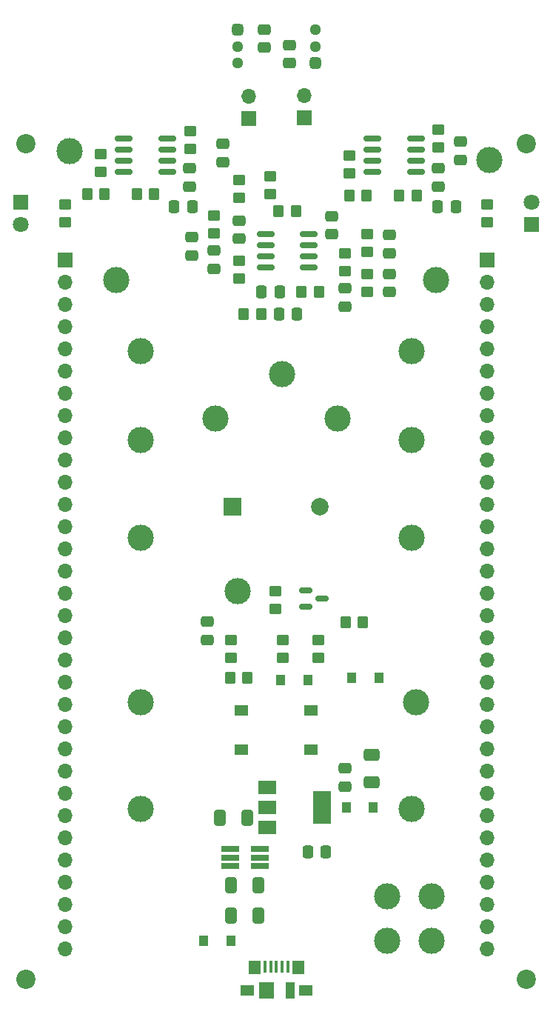
<source format=gbr>
%TF.GenerationSoftware,KiCad,Pcbnew,7.0.7*%
%TF.CreationDate,2023-10-13T18:50:11+02:00*%
%TF.ProjectId,Cable_Monitor,4361626c-655f-44d6-9f6e-69746f722e6b,rev?*%
%TF.SameCoordinates,Original*%
%TF.FileFunction,Soldermask,Top*%
%TF.FilePolarity,Negative*%
%FSLAX46Y46*%
G04 Gerber Fmt 4.6, Leading zero omitted, Abs format (unit mm)*
G04 Created by KiCad (PCBNEW 7.0.7) date 2023-10-13 18:50:11*
%MOMM*%
%LPD*%
G01*
G04 APERTURE LIST*
G04 Aperture macros list*
%AMRoundRect*
0 Rectangle with rounded corners*
0 $1 Rounding radius*
0 $2 $3 $4 $5 $6 $7 $8 $9 X,Y pos of 4 corners*
0 Add a 4 corners polygon primitive as box body*
4,1,4,$2,$3,$4,$5,$6,$7,$8,$9,$2,$3,0*
0 Add four circle primitives for the rounded corners*
1,1,$1+$1,$2,$3*
1,1,$1+$1,$4,$5*
1,1,$1+$1,$6,$7*
1,1,$1+$1,$8,$9*
0 Add four rect primitives between the rounded corners*
20,1,$1+$1,$2,$3,$4,$5,0*
20,1,$1+$1,$4,$5,$6,$7,0*
20,1,$1+$1,$6,$7,$8,$9,0*
20,1,$1+$1,$8,$9,$2,$3,0*%
G04 Aperture macros list end*
%ADD10C,2.200000*%
%ADD11R,1.700000X1.700000*%
%ADD12O,1.700000X1.700000*%
%ADD13C,3.000000*%
%ADD14R,2.000000X0.650000*%
%ADD15RoundRect,0.150000X-0.587500X-0.150000X0.587500X-0.150000X0.587500X0.150000X-0.587500X0.150000X0*%
%ADD16RoundRect,0.150000X-0.825000X-0.150000X0.825000X-0.150000X0.825000X0.150000X-0.825000X0.150000X0*%
%ADD17RoundRect,0.250000X0.337500X0.475000X-0.337500X0.475000X-0.337500X-0.475000X0.337500X-0.475000X0*%
%ADD18RoundRect,0.250000X0.475000X-0.337500X0.475000X0.337500X-0.475000X0.337500X-0.475000X-0.337500X0*%
%ADD19RoundRect,0.250000X-0.350000X-0.450000X0.350000X-0.450000X0.350000X0.450000X-0.350000X0.450000X0*%
%ADD20R,1.550000X1.300000*%
%ADD21R,1.800000X1.800000*%
%ADD22C,1.800000*%
%ADD23RoundRect,0.309400X-0.340600X0.340600X-0.340600X-0.340600X0.340600X-0.340600X0.340600X0.340600X0*%
%ADD24O,1.300000X1.300000*%
%ADD25RoundRect,0.250000X0.350000X0.450000X-0.350000X0.450000X-0.350000X-0.450000X0.350000X-0.450000X0*%
%ADD26RoundRect,0.250000X-0.337500X-0.475000X0.337500X-0.475000X0.337500X0.475000X-0.337500X0.475000X0*%
%ADD27RoundRect,0.250000X-0.450000X0.350000X-0.450000X-0.350000X0.450000X-0.350000X0.450000X0.350000X0*%
%ADD28RoundRect,0.250000X-0.475000X0.337500X-0.475000X-0.337500X0.475000X-0.337500X0.475000X0.337500X0*%
%ADD29R,2.000000X1.500000*%
%ADD30R,2.000000X3.800000*%
%ADD31RoundRect,0.250000X0.450000X-0.350000X0.450000X0.350000X-0.450000X0.350000X-0.450000X-0.350000X0*%
%ADD32RoundRect,0.250000X-0.412500X-0.650000X0.412500X-0.650000X0.412500X0.650000X-0.412500X0.650000X0*%
%ADD33RoundRect,0.309400X0.340600X-0.340600X0.340600X0.340600X-0.340600X0.340600X-0.340600X-0.340600X0*%
%ADD34R,0.450000X1.380000*%
%ADD35R,1.650000X1.300000*%
%ADD36R,1.425000X1.550000*%
%ADD37R,1.800000X1.900000*%
%ADD38R,1.000000X1.900000*%
%ADD39RoundRect,0.250000X0.650000X-0.412500X0.650000X0.412500X-0.650000X0.412500X-0.650000X-0.412500X0*%
%ADD40R,1.120000X1.220000*%
%ADD41R,2.000000X2.000000*%
%ADD42C,2.000000*%
G04 APERTURE END LIST*
D10*
%TO.C,H4*%
X164500000Y-53000000D03*
%TD*%
%TO.C,H3*%
X107250000Y-53000000D03*
%TD*%
%TO.C,H2*%
X107250000Y-148500000D03*
%TD*%
%TO.C,H1*%
X164500000Y-148500000D03*
%TD*%
D11*
%TO.C,HS_Left*%
X132715000Y-50170000D03*
D12*
X132715000Y-47630000D03*
%TD*%
D11*
%TO.C,HS_right*%
X139065000Y-50043000D03*
D12*
X139065000Y-47503000D03*
%TD*%
D13*
%TO.C,TP14*%
X151384000Y-129032000D03*
%TD*%
D14*
%TO.C,U1*%
X133985000Y-135570000D03*
X133985000Y-134620000D03*
X133985000Y-133670000D03*
X130565000Y-133670000D03*
X130565000Y-134620000D03*
X130565000Y-135570000D03*
%TD*%
D15*
%TO.C,Q1*%
X139270500Y-104079000D03*
X139270500Y-105979000D03*
X141145500Y-105029000D03*
%TD*%
D16*
%TO.C,U5*%
X118429000Y-52451000D03*
X118429000Y-53721000D03*
X118429000Y-54991000D03*
X118429000Y-56261000D03*
X123379000Y-56261000D03*
X123379000Y-54991000D03*
X123379000Y-53721000D03*
X123379000Y-52451000D03*
%TD*%
D17*
%TO.C,C20*%
X138246500Y-72517000D03*
X136171500Y-72517000D03*
%TD*%
D18*
%TO.C,C14*%
X154432000Y-57933500D03*
X154432000Y-55858500D03*
%TD*%
D19*
%TO.C,R22*%
X138749000Y-69977000D03*
X140749000Y-69977000D03*
%TD*%
D16*
%TO.C,U6*%
X146877000Y-52451000D03*
X146877000Y-53721000D03*
X146877000Y-54991000D03*
X146877000Y-56261000D03*
X151827000Y-56261000D03*
X151827000Y-54991000D03*
X151827000Y-53721000D03*
X151827000Y-52451000D03*
%TD*%
D20*
%TO.C,SW1*%
X131910000Y-117765000D03*
X139870000Y-117765000D03*
X131910000Y-122265000D03*
X139870000Y-122265000D03*
%TD*%
D19*
%TO.C,R14*%
X144226000Y-58928000D03*
X146226000Y-58928000D03*
%TD*%
D13*
%TO.C,TP19*%
X128905000Y-84455000D03*
%TD*%
D18*
%TO.C,C10*%
X129794000Y-55139500D03*
X129794000Y-53064500D03*
%TD*%
D13*
%TO.C,TP12*%
X117602000Y-68580000D03*
%TD*%
%TO.C,TP16*%
X151384000Y-76708000D03*
%TD*%
D21*
%TO.C,LED2*%
X165100000Y-62235000D03*
D22*
X165100000Y-59695000D03*
%TD*%
D13*
%TO.C,TP7*%
X136525000Y-79375000D03*
%TD*%
D23*
%TO.C,U3*%
X131445000Y-40005000D03*
D24*
X131445000Y-41910000D03*
X131445000Y-43815000D03*
%TD*%
D13*
%TO.C,TP20*%
X142875000Y-84455000D03*
%TD*%
%TO.C,TP4*%
X153670000Y-139065000D03*
%TD*%
D25*
%TO.C,R20*%
X134145000Y-72517000D03*
X132145000Y-72517000D03*
%TD*%
D26*
%TO.C,C13*%
X124184500Y-60198000D03*
X126259500Y-60198000D03*
%TD*%
D18*
%TO.C,C17*%
X128778000Y-67331500D03*
X128778000Y-65256500D03*
%TD*%
D27*
%TO.C,R17*%
X131621000Y-57166000D03*
X131621000Y-59166000D03*
%TD*%
D19*
%TO.C,R21*%
X136144000Y-60706000D03*
X138144000Y-60706000D03*
%TD*%
D27*
%TO.C,R6*%
X130683000Y-109744000D03*
X130683000Y-111744000D03*
%TD*%
D28*
%TO.C,C2*%
X128016000Y-107653000D03*
X128016000Y-109728000D03*
%TD*%
%TO.C,C9*%
X137414000Y-41761500D03*
X137414000Y-43836500D03*
%TD*%
D27*
%TO.C,R3*%
X135763000Y-104156000D03*
X135763000Y-106156000D03*
%TD*%
D18*
%TO.C,C16*%
X142240000Y-63394500D03*
X142240000Y-61319500D03*
%TD*%
D13*
%TO.C,TP13*%
X154178000Y-68580000D03*
%TD*%
D29*
%TO.C,U2*%
X134840000Y-126605000D03*
X134840000Y-128905000D03*
D30*
X141140000Y-128905000D03*
D29*
X134840000Y-131205000D03*
%TD*%
D13*
%TO.C,TP2*%
X120396000Y-116840000D03*
%TD*%
D31*
%TO.C,R7*%
X111760000Y-61960000D03*
X111760000Y-59960000D03*
%TD*%
D27*
%TO.C,R4*%
X136652000Y-109744000D03*
X136652000Y-111744000D03*
%TD*%
%TO.C,R25*%
X128778000Y-61230000D03*
X128778000Y-63230000D03*
%TD*%
%TO.C,R15*%
X126049000Y-51578000D03*
X126049000Y-53578000D03*
%TD*%
D28*
%TO.C,C19*%
X131621000Y-61827500D03*
X131621000Y-63902500D03*
%TD*%
D32*
%TO.C,C5*%
X129442500Y-130048000D03*
X132567500Y-130048000D03*
%TD*%
D27*
%TO.C,R24*%
X146304000Y-67961000D03*
X146304000Y-69961000D03*
%TD*%
D33*
%TO.C,U4*%
X140335000Y-43815000D03*
D24*
X140335000Y-41910000D03*
X140335000Y-40005000D03*
%TD*%
D13*
%TO.C,TP9*%
X112268000Y-53848000D03*
%TD*%
D21*
%TO.C,LED1*%
X106680000Y-59685000D03*
D22*
X106680000Y-62225000D03*
%TD*%
D27*
%TO.C,R12*%
X115759000Y-54245000D03*
X115759000Y-56245000D03*
%TD*%
D28*
%TO.C,C24*%
X148844000Y-63478500D03*
X148844000Y-65553500D03*
%TD*%
D13*
%TO.C,TP10*%
X160250000Y-54864000D03*
%TD*%
%TO.C,TP11*%
X120396000Y-129032000D03*
%TD*%
D26*
%TO.C,C15*%
X154348500Y-60198000D03*
X156423500Y-60198000D03*
%TD*%
D27*
%TO.C,R16*%
X154432000Y-51451000D03*
X154432000Y-53451000D03*
%TD*%
D13*
%TO.C,TP5*%
X148590000Y-139065000D03*
%TD*%
D34*
%TO.C,J1*%
X134590000Y-147130000D03*
X135240000Y-147130000D03*
X135890000Y-147130000D03*
X136540000Y-147130000D03*
X137190000Y-147130000D03*
D35*
X132515000Y-149790000D03*
D36*
X133402500Y-147215000D03*
D37*
X134740000Y-149790000D03*
D38*
X137440000Y-149790000D03*
D36*
X138377500Y-147215000D03*
D35*
X139265000Y-149790000D03*
%TD*%
D13*
%TO.C,TP18*%
X151384000Y-98044000D03*
%TD*%
D39*
%TO.C,C1*%
X146812000Y-126022500D03*
X146812000Y-122897500D03*
%TD*%
D13*
%TO.C,TP22*%
X151384000Y-86868000D03*
%TD*%
D28*
%TO.C,C11*%
X156972000Y-52810500D03*
X156972000Y-54885500D03*
%TD*%
%TO.C,C8*%
X134493000Y-39983500D03*
X134493000Y-42058500D03*
%TD*%
D40*
%TO.C,D2*%
X139472000Y-114300000D03*
X136372000Y-114300000D03*
%TD*%
D13*
%TO.C,TP21*%
X120396000Y-86868000D03*
%TD*%
D25*
%TO.C,R1*%
X145780000Y-107696000D03*
X143780000Y-107696000D03*
%TD*%
D13*
%TO.C,TP3*%
X153670000Y-144145000D03*
%TD*%
D27*
%TO.C,R23*%
X143764000Y-65548000D03*
X143764000Y-67548000D03*
%TD*%
D40*
%TO.C,D4*%
X146965000Y-128905000D03*
X143865000Y-128905000D03*
%TD*%
D27*
%TO.C,R11*%
X144272000Y-54372000D03*
X144272000Y-56372000D03*
%TD*%
D41*
%TO.C,BZ1*%
X130890000Y-94488000D03*
D42*
X140890000Y-94488000D03*
%TD*%
D27*
%TO.C,R26*%
X146304000Y-63373000D03*
X146304000Y-65373000D03*
%TD*%
D19*
%TO.C,R10*%
X119904000Y-58801000D03*
X121904000Y-58801000D03*
%TD*%
D13*
%TO.C,TP6*%
X148590000Y-144145000D03*
%TD*%
D19*
%TO.C,R9*%
X149941000Y-58928000D03*
X151941000Y-58928000D03*
%TD*%
D26*
%TO.C,C18*%
X134201500Y-69977000D03*
X136276500Y-69977000D03*
%TD*%
D25*
%TO.C,R5*%
X132572000Y-114046000D03*
X130572000Y-114046000D03*
%TD*%
D31*
%TO.C,R8*%
X160020000Y-61960000D03*
X160020000Y-59960000D03*
%TD*%
D18*
%TO.C,C12*%
X125984000Y-57933500D03*
X125984000Y-55858500D03*
%TD*%
D27*
%TO.C,R18*%
X135177000Y-56785000D03*
X135177000Y-58785000D03*
%TD*%
D28*
%TO.C,C23*%
X126238000Y-63732500D03*
X126238000Y-65807500D03*
%TD*%
D32*
%TO.C,C4*%
X130712500Y-141290000D03*
X133837500Y-141290000D03*
%TD*%
D13*
%TO.C,TP8*%
X131445000Y-104140000D03*
%TD*%
D27*
%TO.C,R19*%
X131621000Y-66437000D03*
X131621000Y-68437000D03*
%TD*%
D40*
%TO.C,D1*%
X144500000Y-114046000D03*
X147600000Y-114046000D03*
%TD*%
D13*
%TO.C,TP17*%
X120396000Y-98044000D03*
%TD*%
D32*
%TO.C,C3*%
X130712500Y-137795000D03*
X133837500Y-137795000D03*
%TD*%
D19*
%TO.C,R13*%
X114251000Y-58801000D03*
X116251000Y-58801000D03*
%TD*%
D18*
%TO.C,C7*%
X143764000Y-126513500D03*
X143764000Y-124438500D03*
%TD*%
D27*
%TO.C,R2*%
X140716000Y-109744000D03*
X140716000Y-111744000D03*
%TD*%
D13*
%TO.C,TP1*%
X151892000Y-116840000D03*
%TD*%
D40*
%TO.C,D3*%
X127550000Y-144145000D03*
X130650000Y-144145000D03*
%TD*%
D18*
%TO.C,C22*%
X148844000Y-69998500D03*
X148844000Y-67923500D03*
%TD*%
D13*
%TO.C,TP15*%
X120396000Y-76708000D03*
%TD*%
D16*
%TO.C,U7*%
X134669000Y-63373000D03*
X134669000Y-64643000D03*
X134669000Y-65913000D03*
X134669000Y-67183000D03*
X139619000Y-67183000D03*
X139619000Y-65913000D03*
X139619000Y-64643000D03*
X139619000Y-63373000D03*
%TD*%
D17*
%TO.C,C6*%
X141567500Y-133985000D03*
X139492500Y-133985000D03*
%TD*%
D18*
%TO.C,C21*%
X143764000Y-71649500D03*
X143764000Y-69574500D03*
%TD*%
D11*
%TO.C,P1*%
X160020000Y-66310000D03*
D12*
X160020000Y-68850000D03*
X160020000Y-71390000D03*
X160020000Y-73930000D03*
X160020000Y-76470000D03*
X160020000Y-79010000D03*
X160020000Y-81550000D03*
X160020000Y-84090000D03*
X160020000Y-86630000D03*
X160020000Y-89170000D03*
X160020000Y-91710000D03*
X160020000Y-94250000D03*
X160020000Y-96790000D03*
X160020000Y-99330000D03*
X160020000Y-101870000D03*
X160020000Y-104410000D03*
X160020000Y-106950000D03*
X160020000Y-109490000D03*
X160020000Y-112030000D03*
X160020000Y-114570000D03*
X160020000Y-117110000D03*
X160020000Y-119650000D03*
X160020000Y-122190000D03*
X160020000Y-124730000D03*
X160020000Y-127270000D03*
X160020000Y-129810000D03*
X160020000Y-132350000D03*
X160020000Y-134890000D03*
X160020000Y-137430000D03*
X160020000Y-139970000D03*
X160020000Y-142510000D03*
X160020000Y-145050000D03*
%TD*%
D11*
%TO.C,P2*%
X111760000Y-66310000D03*
D12*
X111760000Y-68850000D03*
X111760000Y-71390000D03*
X111760000Y-73930000D03*
X111760000Y-76470000D03*
X111760000Y-79010000D03*
X111760000Y-81550000D03*
X111760000Y-84090000D03*
X111760000Y-86630000D03*
X111760000Y-89170000D03*
X111760000Y-91710000D03*
X111760000Y-94250000D03*
X111760000Y-96790000D03*
X111760000Y-99330000D03*
X111760000Y-101870000D03*
X111760000Y-104410000D03*
X111760000Y-106950000D03*
X111760000Y-109490000D03*
X111760000Y-112030000D03*
X111760000Y-114570000D03*
X111760000Y-117110000D03*
X111760000Y-119650000D03*
X111760000Y-122190000D03*
X111760000Y-124730000D03*
X111760000Y-127270000D03*
X111760000Y-129810000D03*
X111760000Y-132350000D03*
X111760000Y-134890000D03*
X111760000Y-137430000D03*
X111760000Y-139970000D03*
X111760000Y-142510000D03*
X111760000Y-145050000D03*
%TD*%
M02*

</source>
